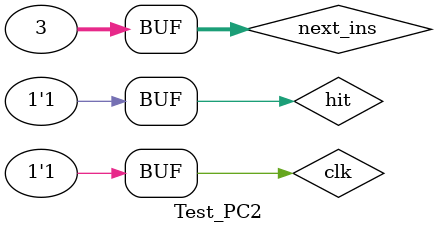
<source format=v>
`timescale 1ns / 1ps


module Test_PC2;

	// Inputs
	reg [31:0] next_ins;
	reg clk;
	reg hit;

	// Outputs
	wire [31:0] ins_address;

	// Instantiate the Unit Under Test (UUT)
	PC_2 uut (
		.next_ins(next_ins), 
		.clk(clk), 
		.hit(hit), 
		.ins_address(ins_address)
	);

	initial begin
		// Initialize Inputs
		next_ins = 0;
		clk = 0;
		hit = 0;

		// Wait 100 ns for global reset to finish
		#100;
		
		next_ins = 0;
		clk = 1;
		hit = 0;
		#100;
		
		next_ins = 32'b1;
		clk = 1;
		hit = 0;
		#100;
		
		next_ins = 32'b10;
		clk = 0;
		hit = 0;
		#100;
		
		next_ins = 32'b11;
		clk = 1;
		hit = 1;
		#100;
		
		
		// Add stimulus here

	end
      
endmodule


</source>
